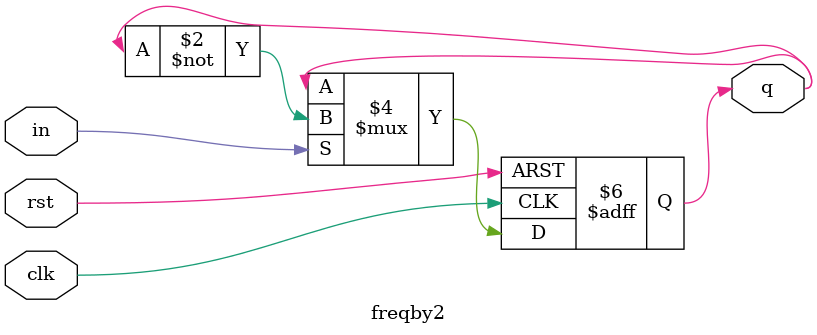
<source format=v>
module freqby2(in,clk,rst,q);
  input clk,rst;
  input in;
  output reg q;
  always@(posedge clk or posedge rst) begin
    if(rst)begin
      q<=1'b0;
    end
    else if(in)
      begin
        q<=~q;
      end
      
    else 
      begin
        q<=q;
      end
  end
endmodule

</source>
